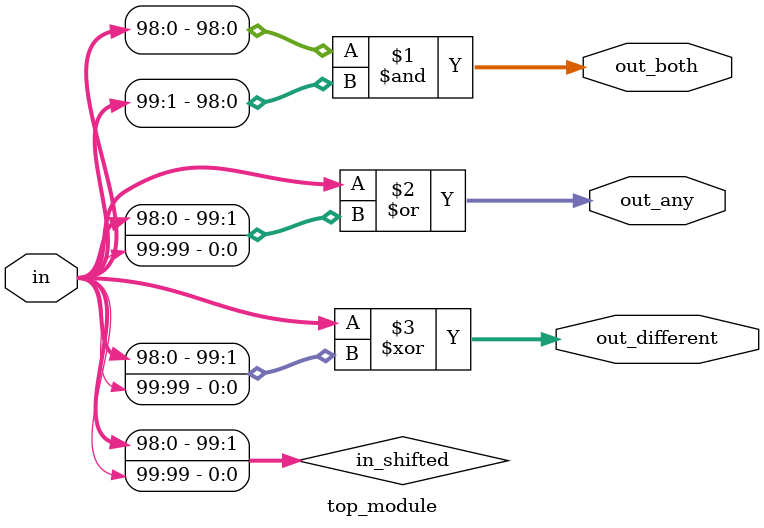
<source format=sv>
module top_module (
    input [99:0] in,
    output [98:0] out_both,
    output [99:0] out_any,
    output [99:0] out_different
);

    // Shift the input signal by one bit
    wire [99:0] in_shifted = {in[98:0], in[99]}; // Shift left, with the last bit wrapped around

    // Generate the out_both signal (bit-wise AND operation)
    assign out_both = in[98:0] & in[99:1];

    // Generate the out_any signal (bit-wise OR operation)
    assign out_any = in | in_shifted;

    // Generate the out_different signal (bit-wise XOR operation)
    assign out_different = in ^ in_shifted;

endmodule

</source>
